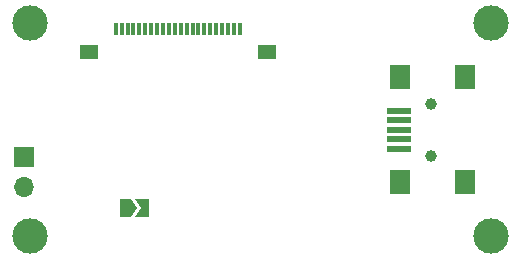
<source format=gts>
G04 #@! TF.GenerationSoftware,KiCad,Pcbnew,5.1.10-88a1d61d58~88~ubuntu20.04.1*
G04 #@! TF.CreationDate,2021-06-30T14:36:37+02:00*
G04 #@! TF.ProjectId,hadron_board,68616472-6f6e-45f6-926f-6172642e6b69,rev?*
G04 #@! TF.SameCoordinates,Original*
G04 #@! TF.FileFunction,Soldermask,Top*
G04 #@! TF.FilePolarity,Negative*
%FSLAX46Y46*%
G04 Gerber Fmt 4.6, Leading zero omitted, Abs format (unit mm)*
G04 Created by KiCad (PCBNEW 5.1.10-88a1d61d58~88~ubuntu20.04.1) date 2021-06-30 14:36:37*
%MOMM*%
%LPD*%
G01*
G04 APERTURE LIST*
%ADD10C,1.000000*%
%ADD11R,1.700000X2.000000*%
%ADD12R,2.000000X0.500000*%
%ADD13R,0.300000X1.000000*%
%ADD14R,1.650000X1.300000*%
%ADD15O,1.700000X1.700000*%
%ADD16R,1.700000X1.700000*%
%ADD17C,0.100000*%
%ADD18C,3.000000*%
G04 APERTURE END LIST*
D10*
X136450000Y-86300000D03*
X136450000Y-90700000D03*
D11*
X139300000Y-84050000D03*
X133850000Y-84050000D03*
X139300000Y-92950000D03*
X133850000Y-92950000D03*
D12*
X133750000Y-86900000D03*
X133750000Y-87700000D03*
X133750000Y-88500000D03*
X133750000Y-89300000D03*
X133750000Y-90100000D03*
D13*
X109750000Y-80000000D03*
D14*
X107475000Y-81900000D03*
X122525000Y-81900000D03*
D13*
X110250000Y-80000000D03*
X110750000Y-80000000D03*
X111250000Y-80000000D03*
X111750000Y-80000000D03*
X112250000Y-80000000D03*
X112750000Y-80000000D03*
X113250000Y-80000000D03*
X113750000Y-80000000D03*
X114250000Y-80000000D03*
X114750000Y-80000000D03*
X115250000Y-80000000D03*
X115750000Y-80000000D03*
X116250000Y-80000000D03*
X116750000Y-80000000D03*
X117250000Y-80000000D03*
X117750000Y-80000000D03*
X118250000Y-80000000D03*
X118750000Y-80000000D03*
X119250000Y-80000000D03*
X119750000Y-80000000D03*
X120250000Y-80000000D03*
D15*
X102000000Y-93340000D03*
D16*
X102000000Y-90800000D03*
D17*
G36*
X111575000Y-95100000D02*
G01*
X111075000Y-95850000D01*
X110075000Y-95850000D01*
X110075000Y-94350000D01*
X111075000Y-94350000D01*
X111575000Y-95100000D01*
G37*
G36*
X112525000Y-95850000D02*
G01*
X111375000Y-95850000D01*
X111875000Y-95100000D01*
X111375000Y-94350000D01*
X112525000Y-94350000D01*
X112525000Y-95850000D01*
G37*
D18*
X102500000Y-79500000D03*
X141500000Y-79500000D03*
X102500000Y-97500000D03*
X141500000Y-97500000D03*
M02*

</source>
